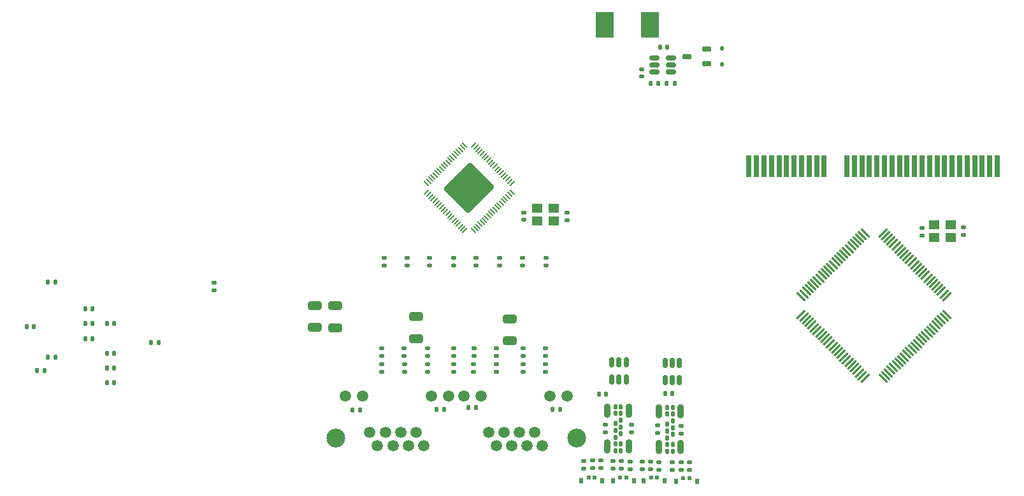
<source format=gbr>
%TF.GenerationSoftware,KiCad,Pcbnew,8.0.1*%
%TF.CreationDate,2024-05-07T15:17:13+02:00*%
%TF.ProjectId,WCH-Eth-Base,5743482d-4574-4682-9d42-6173652e6b69,rev?*%
%TF.SameCoordinates,Original*%
%TF.FileFunction,Paste,Bot*%
%TF.FilePolarity,Positive*%
%FSLAX46Y46*%
G04 Gerber Fmt 4.6, Leading zero omitted, Abs format (unit mm)*
G04 Created by KiCad (PCBNEW 8.0.1) date 2024-05-07 15:17:13*
%MOMM*%
%LPD*%
G01*
G04 APERTURE LIST*
G04 Aperture macros list*
%AMRoundRect*
0 Rectangle with rounded corners*
0 $1 Rounding radius*
0 $2 $3 $4 $5 $6 $7 $8 $9 X,Y pos of 4 corners*
0 Add a 4 corners polygon primitive as box body*
4,1,4,$2,$3,$4,$5,$6,$7,$8,$9,$2,$3,0*
0 Add four circle primitives for the rounded corners*
1,1,$1+$1,$2,$3*
1,1,$1+$1,$4,$5*
1,1,$1+$1,$6,$7*
1,1,$1+$1,$8,$9*
0 Add four rect primitives between the rounded corners*
20,1,$1+$1,$2,$3,$4,$5,0*
20,1,$1+$1,$4,$5,$6,$7,0*
20,1,$1+$1,$6,$7,$8,$9,0*
20,1,$1+$1,$8,$9,$2,$3,0*%
G04 Aperture macros list end*
%ADD10C,1.520000*%
%ADD11C,2.500000*%
%ADD12O,0.550000X0.700000*%
%ADD13O,0.900000X1.900000*%
%ADD14R,0.700000X3.000000*%
%ADD15RoundRect,0.140000X0.140000X0.170000X-0.140000X0.170000X-0.140000X-0.170000X0.140000X-0.170000X0*%
%ADD16RoundRect,0.140000X0.170000X-0.140000X0.170000X0.140000X-0.170000X0.140000X-0.170000X-0.140000X0*%
%ADD17RoundRect,0.135000X-0.185000X0.135000X-0.185000X-0.135000X0.185000X-0.135000X0.185000X0.135000X0*%
%ADD18RoundRect,0.135000X0.135000X0.185000X-0.135000X0.185000X-0.135000X-0.185000X0.135000X-0.185000X0*%
%ADD19RoundRect,0.135000X0.185000X-0.135000X0.185000X0.135000X-0.185000X0.135000X-0.185000X-0.135000X0*%
%ADD20R,0.550000X0.800000*%
%ADD21R,0.500000X0.500000*%
%ADD22R,1.400000X1.200000*%
%ADD23RoundRect,0.150000X-0.150000X0.512500X-0.150000X-0.512500X0.150000X-0.512500X0.150000X0.512500X0*%
%ADD24RoundRect,0.150000X0.512500X0.150000X-0.512500X0.150000X-0.512500X-0.150000X0.512500X-0.150000X0*%
%ADD25RoundRect,0.250000X0.650000X-0.325000X0.650000X0.325000X-0.650000X0.325000X-0.650000X-0.325000X0*%
%ADD26R,2.350000X3.500000*%
%ADD27RoundRect,0.140000X-0.170000X0.140000X-0.170000X-0.140000X0.170000X-0.140000X0.170000X0.140000X0*%
%ADD28RoundRect,0.075000X0.459619X0.565685X-0.565685X-0.459619X-0.459619X-0.565685X0.565685X0.459619X0*%
%ADD29RoundRect,0.075000X-0.459619X0.565685X-0.565685X0.459619X0.459619X-0.565685X0.565685X-0.459619X0*%
%ADD30RoundRect,0.162500X0.447500X0.162500X-0.447500X0.162500X-0.447500X-0.162500X0.447500X-0.162500X0*%
%ADD31RoundRect,0.112500X0.112500X-0.187500X0.112500X0.187500X-0.112500X0.187500X-0.112500X-0.187500X0*%
%ADD32RoundRect,0.150000X0.150000X-0.512500X0.150000X0.512500X-0.150000X0.512500X-0.150000X-0.512500X0*%
%ADD33RoundRect,0.250001X3.100662X0.144957X0.144957X3.100662X-3.100662X-0.144957X-0.144957X-3.100662X0*%
%ADD34RoundRect,0.050000X0.309359X-0.238649X-0.238649X0.309359X-0.309359X0.238649X0.238649X-0.309359X0*%
%ADD35RoundRect,0.050000X0.309359X0.238649X0.238649X0.309359X-0.309359X-0.238649X-0.238649X-0.309359X0*%
G04 APERTURE END LIST*
D10*
%TO.C,RJ1*%
X16675800Y5292800D03*
X15655800Y7082800D03*
X14635800Y5292800D03*
X13615800Y7082800D03*
X12595800Y5292800D03*
X11575800Y7082800D03*
X10555800Y5292800D03*
X9535800Y7082800D03*
X19965800Y11892800D03*
X17675800Y11892800D03*
X8535800Y11892800D03*
X6245800Y11892800D03*
X32475800Y5292800D03*
X31455800Y7082800D03*
X30435800Y5292800D03*
X29415800Y7082800D03*
X28395800Y5292800D03*
X27375800Y7082800D03*
X26355800Y5292800D03*
X25335800Y7082800D03*
X35765800Y11892800D03*
X33475800Y11892800D03*
X24335800Y11892800D03*
X22045800Y11892800D03*
D11*
X5005800Y6322800D03*
X37005800Y6322800D03*
%TD*%
D12*
%TO.C,J4*%
X49034000Y4510800D03*
X49034000Y5410800D03*
X49034000Y6320800D03*
X49034000Y7220800D03*
X49034000Y8120800D03*
X49034000Y9470800D03*
X49034000Y10370800D03*
X49784000Y10370800D03*
X49784000Y9470800D03*
X49784000Y8570800D03*
X49784000Y7670800D03*
X49784000Y6760800D03*
X49784000Y5410800D03*
X49784000Y4510800D03*
D13*
X50834000Y9870800D03*
X50834000Y5070800D03*
X47974000Y9870800D03*
X47974000Y5070800D03*
%TD*%
D12*
%TO.C,J5*%
X42150600Y4601400D03*
X42150600Y5501400D03*
X42150600Y6411400D03*
X42150600Y7311400D03*
X42150600Y8211400D03*
X42150600Y9561400D03*
X42150600Y10461400D03*
X42900600Y10461400D03*
X42900600Y9561400D03*
X42900600Y8661400D03*
X42900600Y7761400D03*
X42900600Y6851400D03*
X42900600Y5501400D03*
X42900600Y4601400D03*
D13*
X43950600Y9961400D03*
X43950600Y5161400D03*
X41090600Y9961400D03*
X41090600Y5161400D03*
%TD*%
D14*
%TO.C,J1*%
X59906600Y42400000D03*
X60906600Y42400000D03*
X61906600Y42400000D03*
X62906600Y42400000D03*
X63906600Y42400000D03*
X64906600Y42400000D03*
X65906600Y42400000D03*
X66906600Y42400000D03*
X67906600Y42400000D03*
X68906600Y42400000D03*
X69906600Y42400000D03*
X72906600Y42400000D03*
X73906600Y42400000D03*
X74906600Y42400000D03*
X75906600Y42400000D03*
X76906600Y42400000D03*
X77906600Y42400000D03*
X78906600Y42400000D03*
X79906600Y42400000D03*
X80906600Y42400000D03*
X81906600Y42400000D03*
X82906600Y42400000D03*
X83906600Y42400000D03*
X84906600Y42400000D03*
X85906600Y42400000D03*
X86906600Y42400000D03*
X87906600Y42400000D03*
X88906600Y42400000D03*
X89906600Y42400000D03*
X90906600Y42400000D03*
X91906600Y42400000D03*
X92906600Y42400000D03*
%TD*%
D15*
%TO.C,C5*%
X-24437400Y15595600D03*
X-25397400Y15595600D03*
%TD*%
D16*
%TO.C,C23*%
X17221200Y15118200D03*
X17221200Y16078200D03*
%TD*%
D17*
%TO.C,R29*%
X26771600Y30228000D03*
X26771600Y29208000D03*
%TD*%
D16*
%TO.C,C21*%
X14122400Y15118200D03*
X14122400Y16078200D03*
%TD*%
%TO.C,C25*%
X23317200Y15118200D03*
X23317200Y16078200D03*
%TD*%
D18*
%TO.C,R43*%
X23674800Y10312400D03*
X22654800Y10312400D03*
%TD*%
D15*
%TO.C,C11*%
X40914200Y12141200D03*
X39954200Y12141200D03*
%TD*%
D19*
%TO.C,R18*%
X-11150600Y25908000D03*
X-11150600Y26928000D03*
%TD*%
D20*
%TO.C,D13*%
X40414400Y629947D03*
X37614400Y629947D03*
D21*
X38614400Y1029947D03*
X39414400Y1029947D03*
%TD*%
D22*
%TO.C,Y2*%
X33985200Y35128200D03*
X31785200Y35128200D03*
X31785200Y36828200D03*
X33985200Y36828200D03*
%TD*%
D23*
%TO.C,U3*%
X41696600Y16326700D03*
X42646600Y16326700D03*
X43596600Y16326700D03*
X43596600Y14051700D03*
X42646600Y14051700D03*
X41696600Y14051700D03*
%TD*%
D20*
%TO.C,D1*%
X44605400Y655347D03*
X41805400Y655347D03*
D21*
X42805400Y1055347D03*
X43605400Y1055347D03*
%TD*%
D19*
%TO.C,R3*%
X44119800Y2157000D03*
X44119800Y3177000D03*
%TD*%
D18*
%TO.C,R20*%
X50014600Y53441600D03*
X48994600Y53441600D03*
%TD*%
D19*
%TO.C,R33*%
X14097000Y17219200D03*
X14097000Y18239200D03*
%TD*%
%TO.C,R32*%
X11074400Y17219200D03*
X11074400Y18239200D03*
%TD*%
D24*
%TO.C,IC3*%
X49580800Y56840200D03*
X49580800Y55890200D03*
X49580800Y54940200D03*
X47305800Y54940200D03*
X47305800Y55890200D03*
X47305800Y56840200D03*
%TD*%
D16*
%TO.C,C29*%
X32842200Y15118200D03*
X32842200Y16078200D03*
%TD*%
D17*
%TO.C,R25*%
X14478000Y30228000D03*
X14478000Y29208000D03*
%TD*%
D19*
%TO.C,R2*%
X42951400Y2182400D03*
X42951400Y3202400D03*
%TD*%
D17*
%TO.C,R28*%
X23647400Y30228000D03*
X23647400Y29208000D03*
%TD*%
D25*
%TO.C,C30*%
X4902200Y20953200D03*
X4902200Y23903200D03*
%TD*%
D26*
%TO.C,L1*%
X46763800Y61239400D03*
X40713800Y61239400D03*
%TD*%
D18*
%TO.C,R44*%
X34800000Y10109200D03*
X33780000Y10109200D03*
%TD*%
D19*
%TO.C,R37*%
X26339800Y17219200D03*
X26339800Y18239200D03*
%TD*%
D25*
%TO.C,C22*%
X15646400Y19530800D03*
X15646400Y22480800D03*
%TD*%
D18*
%TO.C,R11*%
X-32205200Y26993400D03*
X-33225200Y26993400D03*
%TD*%
D16*
%TO.C,C26*%
X26339800Y15118200D03*
X26339800Y16078200D03*
%TD*%
D27*
%TO.C,C3*%
X88399800Y34273800D03*
X88399800Y33313800D03*
%TD*%
D19*
%TO.C,R34*%
X17246600Y17219200D03*
X17246600Y18239200D03*
%TD*%
D18*
%TO.C,R16*%
X-32205200Y17043400D03*
X-33225200Y17043400D03*
%TD*%
D19*
%TO.C,R5*%
X46837600Y2106200D03*
X46837600Y3126200D03*
%TD*%
%TO.C,R35*%
X20675600Y17219200D03*
X20675600Y18239200D03*
%TD*%
D18*
%TO.C,R8*%
X-18557400Y19025600D03*
X-19577400Y19025600D03*
%TD*%
D19*
%TO.C,R9*%
X50901600Y2082800D03*
X50901600Y3102800D03*
%TD*%
D15*
%TO.C,C9*%
X-27307400Y19535600D03*
X-28267400Y19535600D03*
%TD*%
D16*
%TO.C,C20*%
X11099800Y15118200D03*
X11099800Y16078200D03*
%TD*%
D17*
%TO.C,R14*%
X40868600Y8053800D03*
X40868600Y7033800D03*
%TD*%
%TO.C,R24*%
X11455400Y30228000D03*
X11455400Y29208000D03*
%TD*%
D20*
%TO.C,D2*%
X48720200Y629947D03*
X45920200Y629947D03*
D21*
X46920200Y1029947D03*
X47720200Y1029947D03*
%TD*%
D15*
%TO.C,C17*%
X-35125200Y21113400D03*
X-36085200Y21113400D03*
%TD*%
D19*
%TO.C,R1*%
X41808400Y2182400D03*
X41808400Y3202400D03*
%TD*%
%TO.C,R10*%
X52019200Y2057400D03*
X52019200Y3077400D03*
%TD*%
D17*
%TO.C,R12*%
X47777400Y8003000D03*
X47777400Y6983000D03*
%TD*%
D19*
%TO.C,R39*%
X32842200Y17219200D03*
X32842200Y18239200D03*
%TD*%
D25*
%TO.C,R40*%
X2209800Y20978600D03*
X2209800Y23928600D03*
%TD*%
D17*
%TO.C,R27*%
X20650200Y30228000D03*
X20650200Y29208000D03*
%TD*%
D19*
%TO.C,R38*%
X29921200Y17219200D03*
X29921200Y18239200D03*
%TD*%
D28*
%TO.C,U1*%
X77710404Y33588485D03*
X78063957Y33234932D03*
X78417511Y32881378D03*
X78771064Y32527825D03*
X79124617Y32174272D03*
X79478171Y31820718D03*
X79831724Y31467165D03*
X80185278Y31113611D03*
X80538831Y30760058D03*
X80892384Y30406505D03*
X81245938Y30052951D03*
X81599491Y29699398D03*
X81953045Y29345845D03*
X82306598Y28992291D03*
X82660151Y28638738D03*
X83013705Y28285184D03*
X83367258Y27931631D03*
X83720811Y27578078D03*
X84074365Y27224524D03*
X84427918Y26870971D03*
X84781472Y26517417D03*
X85135025Y26163864D03*
X85488578Y25810311D03*
X85842132Y25456757D03*
X86195685Y25103204D03*
D29*
X86195685Y22734396D03*
X85842132Y22380843D03*
X85488578Y22027289D03*
X85135025Y21673736D03*
X84781472Y21320183D03*
X84427918Y20966629D03*
X84074365Y20613076D03*
X83720811Y20259522D03*
X83367258Y19905969D03*
X83013705Y19552416D03*
X82660151Y19198862D03*
X82306598Y18845309D03*
X81953045Y18491755D03*
X81599491Y18138202D03*
X81245938Y17784649D03*
X80892384Y17431095D03*
X80538831Y17077542D03*
X80185278Y16723989D03*
X79831724Y16370435D03*
X79478171Y16016882D03*
X79124617Y15663328D03*
X78771064Y15309775D03*
X78417511Y14956222D03*
X78063957Y14602668D03*
X77710404Y14249115D03*
D28*
X75341596Y14249115D03*
X74988043Y14602668D03*
X74634489Y14956222D03*
X74280936Y15309775D03*
X73927383Y15663328D03*
X73573829Y16016882D03*
X73220276Y16370435D03*
X72866722Y16723989D03*
X72513169Y17077542D03*
X72159616Y17431095D03*
X71806062Y17784649D03*
X71452509Y18138202D03*
X71098955Y18491755D03*
X70745402Y18845309D03*
X70391849Y19198862D03*
X70038295Y19552416D03*
X69684742Y19905969D03*
X69331189Y20259522D03*
X68977635Y20613076D03*
X68624082Y20966629D03*
X68270528Y21320183D03*
X67916975Y21673736D03*
X67563422Y22027289D03*
X67209868Y22380843D03*
X66856315Y22734396D03*
D29*
X66856315Y25103204D03*
X67209868Y25456757D03*
X67563422Y25810311D03*
X67916975Y26163864D03*
X68270528Y26517417D03*
X68624082Y26870971D03*
X68977635Y27224524D03*
X69331189Y27578078D03*
X69684742Y27931631D03*
X70038295Y28285184D03*
X70391849Y28638738D03*
X70745402Y28992291D03*
X71098955Y29345845D03*
X71452509Y29699398D03*
X71806062Y30052951D03*
X72159616Y30406505D03*
X72513169Y30760058D03*
X72866722Y31113611D03*
X73220276Y31467165D03*
X73573829Y31820718D03*
X73927383Y32174272D03*
X74280936Y32527825D03*
X74634489Y32881378D03*
X74988043Y33234932D03*
X75341596Y33588485D03*
%TD*%
D15*
%TO.C,C4*%
X-24437400Y17565600D03*
X-25397400Y17565600D03*
%TD*%
D16*
%TO.C,C12*%
X35737800Y35283200D03*
X35737800Y36243200D03*
%TD*%
D18*
%TO.C,R19*%
X47830200Y53467000D03*
X46810200Y53467000D03*
%TD*%
D27*
%TO.C,C13*%
X30022800Y36294000D03*
X30022800Y35334000D03*
%TD*%
D19*
%TO.C,R36*%
X23368000Y17219200D03*
X23368000Y18239200D03*
%TD*%
D15*
%TO.C,C7*%
X-27307400Y23475600D03*
X-28267400Y23475600D03*
%TD*%
D25*
%TO.C,C27*%
X28117800Y19200600D03*
X28117800Y22150600D03*
%TD*%
D15*
%TO.C,C16*%
X49042200Y58267600D03*
X48082200Y58267600D03*
%TD*%
D30*
%TO.C,Q1*%
X54305200Y57983200D03*
X54305200Y56083200D03*
X51685200Y57033200D03*
%TD*%
D20*
%TO.C,D3*%
X52987400Y553747D03*
X50187400Y553747D03*
D21*
X51187400Y953747D03*
X51987400Y953747D03*
%TD*%
D31*
%TO.C,D12*%
X56321300Y55995300D03*
X56321300Y58095300D03*
%TD*%
D19*
%TO.C,R13*%
X50927000Y6881400D03*
X50927000Y7901400D03*
%TD*%
D15*
%TO.C,C6*%
X-24437400Y13625600D03*
X-25397400Y13625600D03*
%TD*%
D17*
%TO.C,R31*%
X32943800Y30228000D03*
X32943800Y29208000D03*
%TD*%
D19*
%TO.C,R21*%
X37947600Y2258600D03*
X37947600Y3278600D03*
%TD*%
D18*
%TO.C,R42*%
X19407600Y10058400D03*
X18387600Y10058400D03*
%TD*%
D16*
%TO.C,C28*%
X29870400Y15118200D03*
X29870400Y16078200D03*
%TD*%
D27*
%TO.C,C14*%
X45643800Y55344000D03*
X45643800Y54384000D03*
%TD*%
D18*
%TO.C,R41*%
X8233600Y10007600D03*
X7213600Y10007600D03*
%TD*%
D19*
%TO.C,R7*%
X49733200Y2082800D03*
X49733200Y3102800D03*
%TD*%
%TO.C,R23*%
X40233600Y2284000D03*
X40233600Y3304000D03*
%TD*%
D16*
%TO.C,C24*%
X20701000Y15118200D03*
X20701000Y16078200D03*
%TD*%
D19*
%TO.C,R4*%
X45745400Y2106200D03*
X45745400Y3126200D03*
%TD*%
D15*
%TO.C,C8*%
X-27307400Y21505600D03*
X-28267400Y21505600D03*
%TD*%
D17*
%TO.C,R30*%
X29819600Y30228000D03*
X29819600Y29208000D03*
%TD*%
D19*
%TO.C,R6*%
X47955200Y2080800D03*
X47955200Y3100800D03*
%TD*%
D15*
%TO.C,C10*%
X49730600Y12192000D03*
X48770600Y12192000D03*
%TD*%
D19*
%TO.C,R22*%
X39092600Y2284000D03*
X39092600Y3304000D03*
%TD*%
D15*
%TO.C,C2*%
X-24437400Y21505600D03*
X-25397400Y21505600D03*
%TD*%
D19*
%TO.C,R15*%
X44272200Y7084600D03*
X44272200Y8104600D03*
%TD*%
D32*
%TO.C,U2*%
X50683200Y14000900D03*
X49733200Y14000900D03*
X48783200Y14000900D03*
X48783200Y16275900D03*
X49733200Y16275900D03*
X50683200Y16275900D03*
%TD*%
D33*
%TO.C,IC1*%
X22741002Y39554029D03*
D34*
X28424373Y38961827D03*
X28141530Y38678984D03*
X27858687Y38396142D03*
X27575845Y38113299D03*
X27293002Y37830456D03*
X27010159Y37547614D03*
X26727316Y37264771D03*
X26444474Y36981928D03*
X26161631Y36699085D03*
X25878788Y36416243D03*
X25595946Y36133400D03*
X25313103Y35850557D03*
X25030260Y35567715D03*
X24747417Y35284872D03*
X24464575Y35002029D03*
X24181732Y34719186D03*
X23898889Y34436344D03*
X23616047Y34153501D03*
X23333204Y33870658D03*
D35*
X22148800Y33870658D03*
X21865957Y34153501D03*
X21583115Y34436344D03*
X21300272Y34719186D03*
X21017429Y35002029D03*
X20734587Y35284872D03*
X20451744Y35567715D03*
X20168901Y35850557D03*
X19886058Y36133400D03*
X19603216Y36416243D03*
X19320373Y36699085D03*
X19037530Y36981928D03*
X18754688Y37264771D03*
X18471845Y37547614D03*
X18189002Y37830456D03*
X17906159Y38113299D03*
X17623317Y38396142D03*
X17340474Y38678984D03*
X17057631Y38961827D03*
D34*
X17057631Y40146231D03*
X17340474Y40429074D03*
X17623317Y40711916D03*
X17906159Y40994759D03*
X18189002Y41277602D03*
X18471845Y41560444D03*
X18754688Y41843287D03*
X19037530Y42126130D03*
X19320373Y42408973D03*
X19603216Y42691815D03*
X19886058Y42974658D03*
X20168901Y43257501D03*
X20451744Y43540343D03*
X20734587Y43823186D03*
X21017429Y44106029D03*
X21300272Y44388872D03*
X21583115Y44671714D03*
X21865957Y44954557D03*
X22148800Y45237400D03*
D35*
X23333204Y45237400D03*
X23616047Y44954557D03*
X23898889Y44671714D03*
X24181732Y44388872D03*
X24464575Y44106029D03*
X24747417Y43823186D03*
X25030260Y43540343D03*
X25313103Y43257501D03*
X25595946Y42974658D03*
X25878788Y42691815D03*
X26161631Y42408973D03*
X26444474Y42126130D03*
X26727316Y41843287D03*
X27010159Y41560444D03*
X27293002Y41277602D03*
X27575845Y40994759D03*
X27858687Y40711916D03*
X28141530Y40429074D03*
X28424373Y40146231D03*
%TD*%
D22*
%TO.C,Y1*%
X86723400Y32957400D03*
X84523400Y32957400D03*
X84523400Y34657400D03*
X86723400Y34657400D03*
%TD*%
D18*
%TO.C,R17*%
X-33653000Y15256600D03*
X-34673000Y15256600D03*
%TD*%
D27*
%TO.C,C1*%
X82865200Y34197600D03*
X82865200Y33237600D03*
%TD*%
D17*
%TO.C,R26*%
X17500600Y30228000D03*
X17500600Y29208000D03*
%TD*%
M02*

</source>
